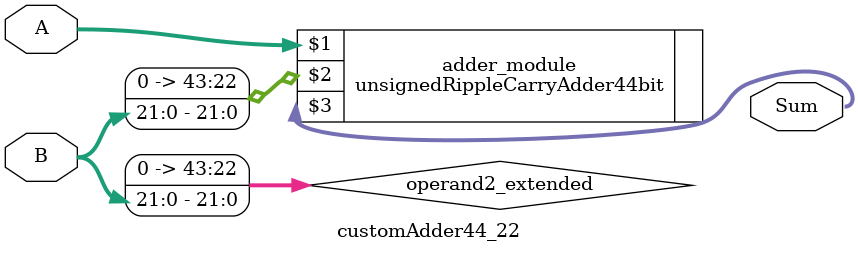
<source format=v>
module customAdder44_22(
                        input [43 : 0] A,
                        input [21 : 0] B,
                        
                        output [44 : 0] Sum
                );

        wire [43 : 0] operand2_extended;
        
        assign operand2_extended =  {22'b0, B};
        
        unsignedRippleCarryAdder44bit adder_module(
            A,
            operand2_extended,
            Sum
        );
        
        endmodule
        
</source>
